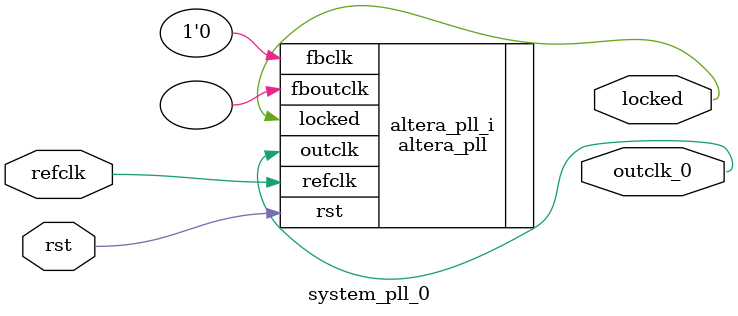
<source format=v>
`timescale 1ns/10ps
module  system_pll_0(

	// interface 'refclk'
	input wire refclk,

	// interface 'reset'
	input wire rst,

	// interface 'outclk0'
	output wire outclk_0,

	// interface 'locked'
	output wire locked
);

	altera_pll #(
		.fractional_vco_multiplier("false"),
		.reference_clock_frequency("50.0 MHz"),
		.operation_mode("direct"),
		.number_of_clocks(1),
		.output_clock_frequency0("100 MHz"),
		.phase_shift0("0 ps"),
		.duty_cycle0(50),
		.output_clock_frequency1("0 MHz"),
		.phase_shift1("0 ps"),
		.duty_cycle1(50),
		.output_clock_frequency2("0 MHz"),
		.phase_shift2("0 ps"),
		.duty_cycle2(50),
		.output_clock_frequency3("0 MHz"),
		.phase_shift3("0 ps"),
		.duty_cycle3(50),
		.output_clock_frequency4("0 MHz"),
		.phase_shift4("0 ps"),
		.duty_cycle4(50),
		.output_clock_frequency5("0 MHz"),
		.phase_shift5("0 ps"),
		.duty_cycle5(50),
		.output_clock_frequency6("0 MHz"),
		.phase_shift6("0 ps"),
		.duty_cycle6(50),
		.output_clock_frequency7("0 MHz"),
		.phase_shift7("0 ps"),
		.duty_cycle7(50),
		.output_clock_frequency8("0 MHz"),
		.phase_shift8("0 ps"),
		.duty_cycle8(50),
		.output_clock_frequency9("0 MHz"),
		.phase_shift9("0 ps"),
		.duty_cycle9(50),
		.output_clock_frequency10("0 MHz"),
		.phase_shift10("0 ps"),
		.duty_cycle10(50),
		.output_clock_frequency11("0 MHz"),
		.phase_shift11("0 ps"),
		.duty_cycle11(50),
		.output_clock_frequency12("0 MHz"),
		.phase_shift12("0 ps"),
		.duty_cycle12(50),
		.output_clock_frequency13("0 MHz"),
		.phase_shift13("0 ps"),
		.duty_cycle13(50),
		.output_clock_frequency14("0 MHz"),
		.phase_shift14("0 ps"),
		.duty_cycle14(50),
		.output_clock_frequency15("0 MHz"),
		.phase_shift15("0 ps"),
		.duty_cycle15(50),
		.output_clock_frequency16("0 MHz"),
		.phase_shift16("0 ps"),
		.duty_cycle16(50),
		.output_clock_frequency17("0 MHz"),
		.phase_shift17("0 ps"),
		.duty_cycle17(50),
		.pll_type("General"),
		.pll_subtype("General")
	) altera_pll_i (
		.rst	(rst),
		.outclk	({outclk_0}),
		.locked	(locked),
		.fboutclk	( ),
		.fbclk	(1'b0),
		.refclk	(refclk)
	);
endmodule


</source>
